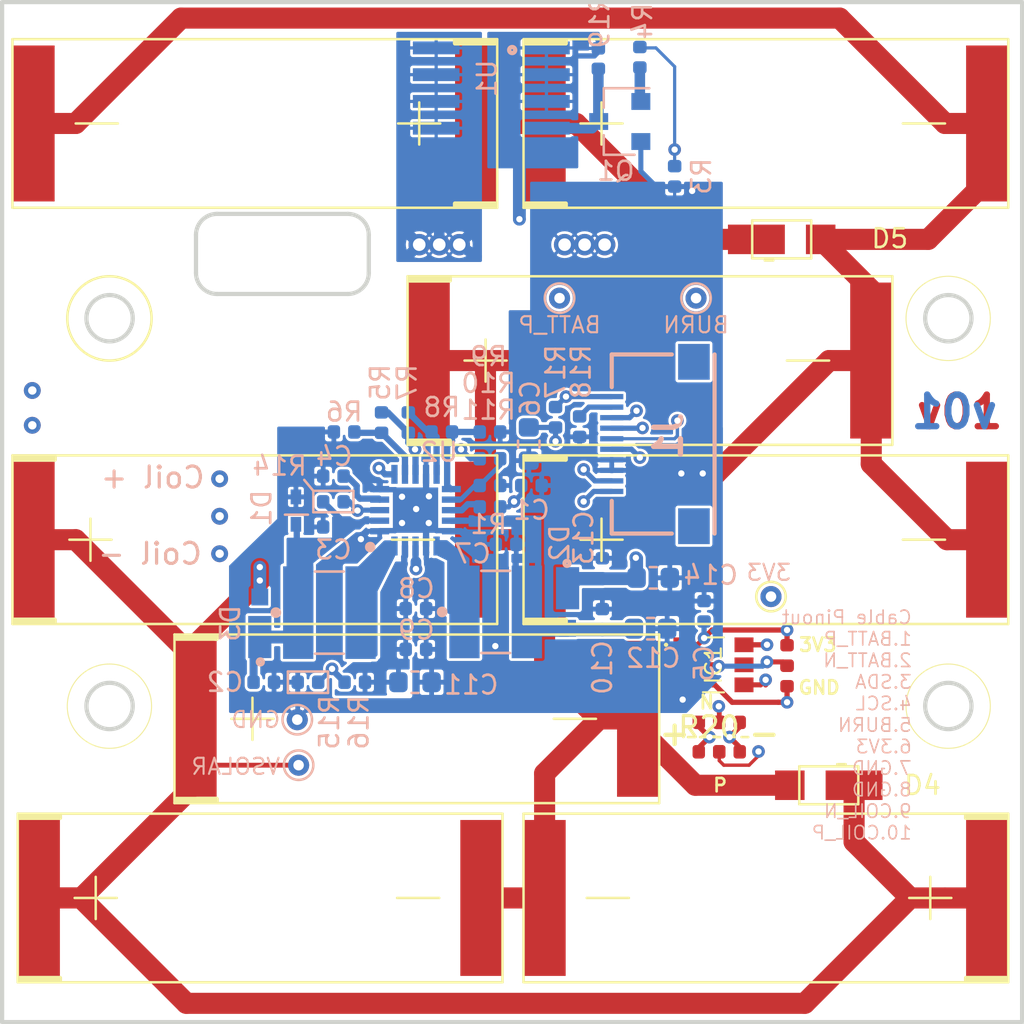
<source format=kicad_pcb>
(kicad_pcb (version 20171130) (host pcbnew "(5.1.4-0-10_14)")
  (layers (0 Top signal hide) (1 In1.Cu signal hide) (2 In2.Cu signal hide) (3 In3.Cu signal hide) (4 In4.Cu signal) (31 Bottom signal hide) (34 B.Paste user hide) (35 F.Paste user hide) (36 B.SilkS user hide) (37 F.SilkS user hide) (38 B.Mask user hide) (39 F.Mask user hide) (44 Edge.Cuts user))
  (net 0 "")
  (net 1 "Net-(IC1-Pad2)")
  (net 2 +3V3)
  (net 3 GND)
  (net 4 SDA1)
  (net 5 SCL1)
  (net 6 /VBURN)
  (net 7 "Net-(Q1-Pad3)")
  (net 8 "Net-(Q1-Pad1)")
  (net 9 BURN1)
  (net 10 BATT_P)
  (net 11 BATT_N)
  (net 12 COIL_N)
  (net 13 /VBAT)
  (net 14 "Net-(L1-Pad2)")
  (net 15 VOUT_EN)
  (net 16 VSOLAR)
  (net 17 VBAT_OK)
  (net 18 COIL_P)
  (net 19 "Net-(C4-Pad1)")
  (net 20 "Net-(C10-Pad1)")
  (net 21 "Net-(C11-Pad1)")
  (net 22 "Net-(L2-Pad1)")
  (net 23 "Net-(R10-Pad2)")
  (net 24 "Net-(R5-Pad1)")
  (net 25 "Net-(R7-Pad1)")
  (net 26 "Net-(R8-Pad1)")
  (net 27 "Net-(R10-Pad1)")
  (net 28 "Net-(R14-Pad1)")
  (net 29 /coil)
  (net 30 SOLAR_OUT)
  (net 31 "Net-(D4-Pad2)")
  (module custom-footprints:KXOB25-05X3F (layer Top) (at 115.75 45.75)
    (fp_text reference SC8 hide)
    (fp_text value SolarCell)
    (pad 2 smd rect (at 21 0) (size 2 7.4) (layers Top F.Paste F.Mask) (net 3 GND))
    (pad 1 smd rect (at 0 0) (size 2 7.4) (layers Top F.Paste F.Mask) (net 31 "Net-(D4-Pad2)"))
  )
  (module custom-footprints:KXOB25-05X3F (layer Top) (at 112.5 45.75 180)
    (fp_text reference SC7 hide)
    (fp_text value SolarCell)
    (pad 2 smd rect (at 21 0 180) (size 2 7.4) (layers Top F.Paste F.Mask) (net 3 GND))
    (pad 1 smd rect (at 0 0 180) (size 2 7.4) (layers Top F.Paste F.Mask) (net 31 "Net-(D4-Pad2)"))
  )
  (module custom-footprints:KXOB25-05X3F (layer Top) (at 110.25 57)
    (fp_text reference SC6 hide)
    (fp_text value SolarCell)
    (pad 2 smd rect (at 21 0) (size 2 7.4) (layers Top F.Paste F.Mask) (net 3 GND))
    (pad 1 smd rect (at 0 0) (size 2 7.4) (layers Top F.Paste F.Mask) (net 31 "Net-(D4-Pad2)"))
  )
  (module custom-footprints:KXOB25-05X3F (layer Top) (at 115.75 65.5)
    (fp_text reference SC5 hide)
    (fp_text value SolarCell)
    (pad 2 smd rect (at 21 0) (size 2 7.4) (layers Top F.Paste F.Mask) (net 3 GND))
    (pad 1 smd rect (at 0 0) (size 2 7.4) (layers Top F.Paste F.Mask) (net 31 "Net-(D4-Pad2)"))
  )
  (module custom-footprints:KXOB25-05X3F (layer Top) (at 91.5 65.5)
    (fp_text reference SC4 hide)
    (fp_text value SolarCell)
    (pad 2 smd rect (at 21 0) (size 2 7.4) (layers Top F.Paste F.Mask) (net 31 "Net-(D4-Pad2)"))
    (pad 1 smd rect (at 0 0) (size 2 7.4) (layers Top F.Paste F.Mask) (net 30 SOLAR_OUT))
  )
  (module custom-footprints:KXOB25-05X3F (layer Top) (at 99.187 74)
    (fp_text reference SC3 hide)
    (fp_text value SolarCell)
    (pad 2 smd rect (at 21 0) (size 2 7.4) (layers Top F.Paste F.Mask) (net 31 "Net-(D4-Pad2)"))
    (pad 1 smd rect (at 0 0) (size 2 7.4) (layers Top F.Paste F.Mask) (net 30 SOLAR_OUT))
  )
  (module custom-footprints:KXOB25-05X3F (layer Top) (at 136.75 82.5 180)
    (fp_text reference SC2 hide)
    (fp_text value SolarCell)
    (pad 2 smd rect (at 21 0 180) (size 2 7.4) (layers Top F.Paste F.Mask) (net 31 "Net-(D4-Pad2)"))
    (pad 1 smd rect (at 0 0 180) (size 2 7.4) (layers Top F.Paste F.Mask) (net 30 SOLAR_OUT))
  )
  (module custom-footprints:KXOB25-05X3F (layer Top) (at 91.75 82.5)
    (fp_text reference SC1 hide)
    (fp_text value SolarCell)
    (pad 2 smd rect (at 21 0) (size 2 7.4) (layers Top F.Paste F.Mask) (net 31 "Net-(D4-Pad2)"))
    (pad 1 smd rect (at 0 0) (size 2 7.4) (layers Top F.Paste F.Mask) (net 30 SOLAR_OUT))
  )
  (module misc-circuits:XF2M-1015-1A (layer Bottom) (at 118.9355 60.96 270)
    (fp_text reference J1 (at -0.37186 -2.68404 90) (layer B.SilkS) (effects (font (size 1.27 1.27) (thickness 0.254)) (justify mirror)))
    (fp_text value XF2M-1015-1A hide)
    (pad 1 smd rect (at -2.25 0 270) (size 0.25 1.1) (layers Bottom B.Paste B.Mask) (net 10 BATT_P))
    (pad 2 smd rect (at -1.75 0 270) (size 0.25 1.1) (layers Bottom B.Paste B.Mask) (net 11 BATT_N))
    (pad 3 smd rect (at -1.25 0 270) (size 0.25 1.1) (layers Bottom B.Paste B.Mask) (net 4 SDA1))
    (pad 4 smd rect (at -0.75 0 270) (size 0.25 1.1) (layers Bottom B.Paste B.Mask) (net 5 SCL1))
    (pad 5 smd rect (at -0.25 0 270) (size 0.25 1.1) (layers Bottom B.Paste B.Mask) (net 9 BURN1))
    (pad 6 smd rect (at 0.25 0 270) (size 0.25 1.1) (layers Bottom B.Paste B.Mask) (net 2 +3V3))
    (pad 7 smd rect (at 0.75 0 270) (size 0.25 1.1) (layers Bottom B.Paste B.Mask) (net 3 GND))
    (pad 8 smd rect (at 1.25 0 270) (size 0.25 1.1) (layers Bottom B.Paste B.Mask) (net 3 GND))
    (pad 9 smd rect (at 1.75 0 270) (size 0.25 1.1) (layers Bottom B.Paste B.Mask) (net 12 COIL_N))
    (pad 10 smd rect (at 2.25 0 270) (size 0.25 1.1) (layers Bottom B.Paste B.Mask) (net 18 COIL_P))
    (pad 11 smd rect (at -3.9 -3.9 180) (size 1.5 1.7) (layers Bottom B.Paste B.Mask))
    (pad 12 smd rect (at 3.9 -3.9 180) (size 1.5 1.7) (layers Bottom B.Paste B.Mask))
  )
  (module misc-circuits:TSL2561 (layer Top) (at 123.7615 71.4375)
    (fp_text reference IC1 (at 0 0.002 90) (layer F.SilkS) (effects (font (size 0.762 0.762) (thickness 0.1016))))
    (fp_text value TSL2561 hide)
    (pad 1 smd rect (at -1.45 -0.95 90) (size 0.7 0.9) (layers Top F.Paste F.Mask) (net 2 +3V3))
    (pad 2 smd rect (at -1.45 0 90) (size 0.7 0.9) (layers Top F.Paste F.Mask) (net 1 "Net-(IC1-Pad2)"))
    (pad 3 smd rect (at -1.45 0.95 90) (size 0.7 0.9) (layers Top F.Paste F.Mask) (net 3 GND))
    (pad 4 smd rect (at 1.45 0.95 90) (size 0.7 0.9) (layers Top F.Paste F.Mask) (net 5 SCL1))
    (pad 5 smd rect (at 1.45 0 90) (size 0.7 0.9) (layers Top F.Paste F.Mask))
    (pad 6 smd rect (at 1.45 -0.95 90) (size 0.7 0.9) (layers Top F.Paste F.Mask) (net 4 SDA1))
  )
  (module SolarCellParts:Burn-Wire-Rotated (layer Top) (at 111.7 51.5)
    (fp_text reference JP1 hide)
    (fp_text value Jumper)
    (pad 200 thru_hole circle (at 5 0) (size 1.016 1.016) (drill 0.6) (layers *.Cu *.Mask) (net 3 GND))
    (pad 20 thru_hole circle (at 5.95 0) (size 1.016 1.016) (drill 0.6) (layers *.Cu *.Mask) (net 3 GND))
    (pad 100 thru_hole circle (at 0 0) (size 1.016 1.016) (drill 0.6) (layers *.Cu *.Mask) (net 6 /VBURN))
    (pad 10 thru_hole circle (at -0.95 0) (size 1.016 1.016) (drill 0.6) (layers *.Cu *.Mask) (net 6 /VBURN))
    (pad 2 thru_hole circle (at 6.9 0) (size 1.016 1.016) (drill 0.6) (layers *.Cu *.Mask) (net 3 GND))
    (pad 1 thru_hole circle (at -1.9 0) (size 1.016 1.016) (drill 0.6) (layers *.Cu *.Mask) (net 6 /VBURN))
  )
  (module TestPoint:TestPoint_THTPad_D1.0mm_Drill0.5mm (layer Bottom) (at 116.459 54.0385)
    (fp_text reference TP5 hide)
    (fp_text value TP)
    (pad 1 thru_hole circle (at 0 0) (size 1 1) (drill 0.5) (layers *.Cu *.Mask) (net 10 BATT_P))
  )
  (module TestPoint:TestPoint_THTPad_D1.0mm_Drill0.5mm (layer Bottom) (at 122.936 54.0385)
    (fp_text reference TP4 hide)
    (fp_text value TP)
    (pad 1 thru_hole circle (at 0 0) (size 1 1) (drill 0.5) (layers *.Cu *.Mask) (net 9 BURN1))
  )
  (module TestPoint:TestPoint_THTPad_D1.0mm_Drill0.5mm (layer Top) (at 126.492 68.199)
    (fp_text reference TP3 hide)
    (fp_text value TP)
    (pad 1 thru_hole circle (at 0 0) (size 1 1) (drill 0.5) (layers *.Cu *.Mask) (net 2 +3V3))
  )
  (module TestPoint:TestPoint_THTPad_D1.0mm_Drill0.5mm (layer Bottom) (at 104.013 74.041)
    (fp_text reference TP2 hide)
    (fp_text value TP)
    (pad 1 thru_hole circle (at 0 0) (size 1 1) (drill 0.5) (layers *.Cu *.Mask) (net 3 GND))
  )
  (module TestPoint:TestPoint_THTPad_D1.0mm_Drill0.5mm (layer Bottom) (at 104.0765 76.2)
    (fp_text reference TP1 hide)
    (fp_text value TP)
    (pad 1 thru_hole circle (at 0 0) (size 1 1) (drill 0.5) (layers *.Cu *.Mask) (net 30 SOLAR_OUT))
  )
  (module custom-footprints:NDS8434 (layer Bottom) (at 113.2205 44.069 270)
    (fp_text reference U1 (at -0.457406 0.203291 270) (layer B.SilkS) (effects (font (size 0.889 0.889) (thickness 0.127)) (justify mirror)))
    (fp_text value NDS8434 hide)
    (pad 8 smd rect (at -1.905 2.6162 270) (size 0.6096 2.2098) (layers Bottom B.Paste B.Mask) (net 6 /VBURN))
    (pad 7 smd rect (at -0.635 2.6162 270) (size 0.6096 2.2098) (layers Bottom B.Paste B.Mask) (net 6 /VBURN))
    (pad 6 smd rect (at 0.635 2.6162 270) (size 0.6096 2.2098) (layers Bottom B.Paste B.Mask) (net 6 /VBURN))
    (pad 5 smd rect (at 1.905 2.6162 270) (size 0.6096 2.2098) (layers Bottom B.Paste B.Mask) (net 6 /VBURN))
    (pad 4 smd rect (at 1.905 -2.6162 270) (size 0.6096 2.2098) (layers Bottom B.Paste B.Mask) (net 7 "Net-(Q1-Pad3)"))
    (pad 3 smd rect (at 0.635 -2.6162 270) (size 0.6096 2.2098) (layers Bottom B.Paste B.Mask) (net 10 BATT_P))
    (pad 2 smd rect (at -0.635 -2.6162 270) (size 0.6096 2.2098) (layers Bottom B.Paste B.Mask) (net 10 BATT_P))
    (pad 1 smd rect (at -1.905 -2.6162 270) (size 0.6096 2.2098) (layers Bottom B.Paste B.Mask) (net 10 BATT_P))
  )
  (module Resistor_SMD:R_0402_1005Metric (layer Bottom) (at 118.3005 42.672 90)
    (fp_text reference R19 (at 1.778 0.0635 270) (layer B.SilkS) (effects (font (size 0.889 0.889) (thickness 0.127)) (justify mirror)))
    (fp_text value 100k)
    (pad 2 smd roundrect (at 0.485 0 90) (size 0.59 0.64) (layers Bottom B.Paste B.Mask) (net 10 BATT_P))
    (pad 1 smd roundrect (at -0.485 0 90) (size 0.59 0.64) (layers Bottom B.Paste B.Mask) (net 7 "Net-(Q1-Pad3)"))
  )
  (module Resistor_SMD:R_0402_1005Metric (layer Bottom) (at 120.269 42.6085 90)
    (fp_text reference R4 (at 1.7145 0.127 270) (layer B.SilkS) (effects (font (size 0.889 0.889) (thickness 0.127)) (justify mirror)))
    (fp_text value 4.7k)
    (pad 2 smd roundrect (at 0.485 0 90) (size 0.59 0.64) (layers Bottom B.Paste B.Mask) (net 9 BURN1))
    (pad 1 smd roundrect (at -0.485 0 90) (size 0.59 0.64) (layers Bottom B.Paste B.Mask) (net 8 "Net-(Q1-Pad1)"))
  )
  (module Resistor_SMD:R_0402_1005Metric (layer Bottom) (at 121.92 48.26 270)
    (fp_text reference R3 (at 0 -1.27 270) (layer B.SilkS) (effects (font (size 0.889 0.889) (thickness 0.127)) (justify mirror)))
    (fp_text value 10k)
    (pad 2 smd roundrect (at 0.485 0 270) (size 0.59 0.64) (layers Bottom B.Paste B.Mask) (net 3 GND))
    (pad 1 smd roundrect (at -0.485 0 270) (size 0.59 0.64) (layers Bottom B.Paste B.Mask) (net 9 BURN1))
  )
  (module Package_TO_SOT_SMD:SOT-23 (layer Bottom) (at 119.3165 45.6565 180)
    (fp_text reference Q1 (at 0.1905 -2.3495) (layer B.SilkS) (effects (font (size 0.889 0.889) (thickness 0.127)) (justify mirror)))
    (fp_text value IRLML2803)
    (pad 3 smd rect (at 1 0 180) (size 0.9 0.8) (layers Bottom B.Paste B.Mask) (net 7 "Net-(Q1-Pad3)"))
    (pad 2 smd rect (at -1 -0.95 180) (size 0.9 0.8) (layers Bottom B.Paste B.Mask) (net 3 GND))
    (pad 1 smd rect (at -1 0.95 180) (size 0.9 0.8) (layers Bottom B.Paste B.Mask) (net 8 "Net-(Q1-Pad1)"))
  )
  (module "SolarCellParts:SB Diode" (layer Top) (at 127 51.25)
    (fp_text reference D5 (at 5.1308 -0.0436) (layer F.SilkS) (effects (font (size 0.889 0.889) (thickness 0.127))))
    (fp_text value SBDiode)
    (pad 2 smd rect (at 1.85 0) (size 1.4 1.4) (layers Top F.Paste F.Mask) (net 3 GND))
    (pad 1 smd rect (at -1.2 0) (size 2.7 1.4) (layers Top F.Paste F.Mask) (net 31 "Net-(D4-Pad2)"))
  )
  (module "SolarCellParts:SB Diode" (layer Top) (at 129.2352 77.1525 180)
    (fp_text reference D4 (at -4.45 0) (layer F.SilkS) (effects (font (size 0.889 0.889) (thickness 0.127))))
    (fp_text value SBDiode)
    (pad 2 smd rect (at 1.85 0 180) (size 1.4 1.4) (layers Top F.Paste F.Mask) (net 31 "Net-(D4-Pad2)"))
    (pad 1 smd rect (at -1.2 0 180) (size 2.7 1.4) (layers Top F.Paste F.Mask) (net 30 SOLAR_OUT))
  )
  (module Resistor_SMD:R_0402_1005Metric (layer Top) (at 124.5235 74.168 180)
    (fp_text reference R22 hide)
    (fp_text value 0)
    (pad 2 smd roundrect (at 0.485 0 180) (size 0.59 0.64) (layers Top F.Paste F.Mask) (net 12 COIL_N))
    (pad 1 smd roundrect (at -0.485 0 180) (size 0.59 0.64) (layers Top F.Paste F.Mask) (net 29 /coil))
  )
  (module Resistor_SMD:R_0402_1005Metric (layer Top) (at 123.55322 74.168 180)
    (fp_text reference R21 hide)
    (fp_text value 0)
    (pad 2 smd roundrect (at 0.485 0 180) (size 0.59 0.64) (layers Top F.Paste F.Mask) (net 29 /coil))
    (pad 1 smd roundrect (at -0.485 0 180) (size 0.59 0.64) (layers Top F.Paste F.Mask) (net 12 COIL_N))
  )
  (module Resistor_SMD:R_0402_1005Metric (layer Top) (at 124.5235 75.565)
    (fp_text reference R2 hide)
    (fp_text value 0)
    (pad 2 smd roundrect (at 0.485 0) (size 0.59 0.64) (layers Top F.Paste F.Mask) (net 29 /coil))
    (pad 1 smd roundrect (at -0.485 0) (size 0.59 0.64) (layers Top F.Paste F.Mask) (net 18 COIL_P))
  )
  (module Resistor_SMD:R_0402_1005Metric (layer Top) (at 127.254 71.9685 90)
    (fp_text reference R13 hide)
    (fp_text value 0)
    (pad 2 smd roundrect (at 0.485 0 90) (size 0.59 0.64) (layers Top F.Paste F.Mask) (net 1 "Net-(IC1-Pad2)"))
    (pad 1 smd roundrect (at -0.485 0 90) (size 0.59 0.64) (layers Top F.Paste F.Mask) (net 3 GND))
  )
  (module Resistor_SMD:R_0402_1005Metric (layer Top) (at 127.254 70.993 90)
    (fp_text reference R12 hide)
    (fp_text value 0)
    (pad 2 smd roundrect (at 0.485 0 90) (size 0.59 0.64) (layers Top F.Paste F.Mask) (net 2 +3V3))
    (pad 1 smd roundrect (at -0.485 0 90) (size 0.59 0.64) (layers Top F.Paste F.Mask) (net 1 "Net-(IC1-Pad2)"))
  )
  (module Capacitor_SMD:C_0402_1005Metric (layer Bottom) (at 123.317 68.8975 270)
    (fp_text reference C5 (at 2.4765 0 90) (layer B.SilkS) (effects (font (size 0.889 0.889) (thickness 0.127)) (justify mirror)))
    (fp_text value 0.1uF)
    (pad 2 smd roundrect (at 0.485 0 270) (size 0.59 0.64) (layers Bottom B.Paste B.Mask) (net 2 +3V3))
    (pad 1 smd roundrect (at -0.485 0 270) (size 0.59 0.64) (layers Bottom B.Paste B.Mask) (net 3 GND))
  )
  (module Capacitor_SMD:C_0603_1608Metric (layer Bottom) (at 114.9985 60.96 270)
    (fp_text reference C6 (at -2.159 -0.0635 270) (layer B.SilkS) (effects (font (size 0.889 0.889) (thickness 0.127)) (justify mirror)))
    (fp_text value 100uF)
    (pad 2 smd roundrect (at 0.7875 0 270) (size 0.875 0.95) (layers Bottom B.Paste B.Mask) (net 3 GND))
    (pad 1 smd roundrect (at -0.7875 0 270) (size 0.875 0.95) (layers Bottom B.Paste B.Mask) (net 13 /VBAT))
  )
  (module Capacitor_SMD:C_0402_1005Metric (layer Bottom) (at 109.64416 70.702656)
    (fp_text reference C9 (at 0.02034 -0.916156) (layer B.SilkS) (effects (font (size 0.889 0.889) (thickness 0.127)) (justify mirror)))
    (fp_text value 0.1uF)
    (pad 2 smd roundrect (at 0.485 0) (size 0.59 0.64) (layers Bottom B.Paste B.Mask) (net 3 GND))
    (pad 1 smd roundrect (at -0.485 0) (size 0.59 0.64) (layers Bottom B.Paste B.Mask) (net 21 "Net-(C11-Pad1)"))
  )
  (module Capacitor_SMD:C_0603_1608Metric (layer Bottom) (at 120.904 67.31)
    (fp_text reference C14 (at 2.7305 -0.127 180) (layer B.SilkS) (effects (font (size 0.889 0.889) (thickness 0.127)) (justify mirror)))
    (fp_text value 100uF)
    (pad 2 smd roundrect (at 0.7875 0) (size 0.875 0.95) (layers Bottom B.Paste B.Mask) (net 3 GND))
    (pad 1 smd roundrect (at -0.7875 0) (size 0.875 0.95) (layers Bottom B.Paste B.Mask) (net 2 +3V3))
  )
  (module misc-circuits:SOD523 (layer Bottom) (at 103.9495 64.17 90)
    (fp_text reference D1 (at -0.7905 -2.1463 90) (layer B.SilkS) (effects (font (size 0.889 0.889) (thickness 0.127)) (justify right top mirror)))
    (fp_text value SDM20U40-7)
    (pad C smd rect (at -0.6 0 90) (size 0.7 0.5) (layers Bottom B.Paste B.Mask) (net 16 VSOLAR))
    (pad A smd rect (at 0.7 0 90) (size 0.7 0.5) (layers Bottom B.Paste B.Mask) (net 3 GND))
  )
  (module misc-circuits:QFN50P350X350X100-21N-D (layer Bottom) (at 109.62416 64.098656)
    (fp_text reference U2 (at 1.11984 -2.757656) (layer B.SilkS) (effects (font (size 0.889 0.889) (thickness 0.127)) (justify mirror)))
    (fp_text value Value hide)
    (pad 21 smd rect (at 0 0) (size 2.15 2.15) (layers Bottom B.Paste B.Mask) (net 3 GND))
    (pad 20 smd rect (at -1 1.7) (size 0.3 0.9) (layers Bottom B.Paste B.Mask) (net 14 "Net-(L1-Pad2)"))
    (pad 19 smd rect (at -0.5 1.7) (size 0.3 0.9) (layers Bottom B.Paste B.Mask) (net 21 "Net-(C11-Pad1)"))
    (pad 18 smd rect (at 0 1.7) (size 0.3 0.9) (layers Bottom B.Paste B.Mask) (net 13 /VBAT))
    (pad 17 smd rect (at 0.5 1.7) (size 0.3 0.9) (layers Bottom B.Paste B.Mask) (net 3 GND))
    (pad 16 smd rect (at 1 1.7) (size 0.3 0.9) (layers Bottom B.Paste B.Mask) (net 22 "Net-(L2-Pad1)"))
    (pad 15 smd rect (at 1.7 1 270) (size 0.3 0.9) (layers Bottom B.Paste B.Mask) (net 3 GND))
    (pad 14 smd rect (at 1.7 0.5 270) (size 0.3 0.9) (layers Bottom B.Paste B.Mask) (net 20 "Net-(C10-Pad1)"))
    (pad 13 smd rect (at 1.7 0 270) (size 0.3 0.9) (layers Bottom B.Paste B.Mask) (net 17 VBAT_OK))
    (pad 12 smd rect (at 1.7 -0.5 270) (size 0.3 0.9) (layers Bottom B.Paste B.Mask) (net 27 "Net-(R10-Pad1)"))
    (pad 11 smd rect (at 1.7 -1 270) (size 0.3 0.9) (layers Bottom B.Paste B.Mask) (net 26 "Net-(R8-Pad1)"))
    (pad 10 smd rect (at 1 -1.7) (size 0.3 0.9) (layers Bottom B.Paste B.Mask) (net 25 "Net-(R7-Pad1)"))
    (pad 9 smd rect (at 0.5 -1.7) (size 0.3 0.9) (layers Bottom B.Paste B.Mask) (net 3 GND))
    (pad 8 smd rect (at 0 -1.7) (size 0.3 0.9) (layers Bottom B.Paste B.Mask) (net 23 "Net-(R10-Pad2)"))
    (pad 7 smd rect (at -0.5 -1.7) (size 0.3 0.9) (layers Bottom B.Paste B.Mask) (net 24 "Net-(R5-Pad1)"))
    (pad 6 smd rect (at -1 -1.7) (size 0.3 0.9) (layers Bottom B.Paste B.Mask) (net 15 VOUT_EN))
    (pad 5 smd rect (at -1.7 -1 270) (size 0.3 0.9) (layers Bottom B.Paste B.Mask) (net 3 GND))
    (pad 4 smd rect (at -1.7 -0.5 270) (size 0.3 0.9) (layers Bottom B.Paste B.Mask) (net 19 "Net-(C4-Pad1)"))
    (pad 3 smd rect (at -1.7 0 270) (size 0.3 0.9) (layers Bottom B.Paste B.Mask) (net 28 "Net-(R14-Pad1)"))
    (pad 2 smd rect (at -1.7 0.5 270) (size 0.3 0.9) (layers Bottom B.Paste B.Mask) (net 16 VSOLAR))
    (pad 1 smd rect (at -1.7 1 270) (size 0.3 0.9) (layers Bottom B.Paste B.Mask) (net 3 GND))
  )
  (module Resistor_SMD:R_0402_1005Metric (layer Bottom) (at 106.2355 60.3885)
    (fp_text reference R6 (at 0 -0.9525 180) (layer B.SilkS) (effects (font (size 0.889 0.889) (thickness 0.127)) (justify mirror)))
    (fp_text value 5.62M)
    (pad 2 smd roundrect (at 0.485 0) (size 0.59 0.64) (layers Bottom B.Paste B.Mask) (net 24 "Net-(R5-Pad1)"))
    (pad 1 smd roundrect (at -0.485 0) (size 0.59 0.64) (layers Bottom B.Paste B.Mask) (net 3 GND))
  )
  (module Resistor_SMD:R_0402_1005Metric (layer Bottom) (at 108.0135 59.944 90)
    (fp_text reference R5 (at 1.905 -0.0635 270) (layer B.SilkS) (effects (font (size 0.889 0.889) (thickness 0.127)) (justify mirror)))
    (fp_text value 7.32M)
    (pad 2 smd roundrect (at 0.485 0 90) (size 0.59 0.64) (layers Bottom B.Paste B.Mask) (net 23 "Net-(R10-Pad2)"))
    (pad 1 smd roundrect (at -0.485 0 90) (size 0.59 0.64) (layers Bottom B.Paste B.Mask) (net 24 "Net-(R5-Pad1)"))
  )
  (module Resistor_SMD:R_0402_1005Metric (layer Bottom) (at 106.7435 72.263 180)
    (fp_text reference R16 (at -0.1905 -1.905 90) (layer B.SilkS) (effects (font (size 0.889 0.889) (thickness 0.127)) (justify mirror)))
    (fp_text value 0)
    (pad 2 smd roundrect (at 0.485 0 180) (size 0.59 0.64) (layers Bottom B.Paste B.Mask) (net 28 "Net-(R14-Pad1)"))
    (pad 1 smd roundrect (at -0.485 0 180) (size 0.59 0.64) (layers Bottom B.Paste B.Mask) (net 21 "Net-(C11-Pad1)"))
  )
  (module Capacitor_SMD:C_0402_1005Metric (layer Bottom) (at 109.64416 68.7705)
    (fp_text reference C8 (at 0.02034 -0.9525) (layer B.SilkS) (effects (font (size 0.889 0.889) (thickness 0.127)) (justify mirror)))
    (fp_text value 4.7uF)
    (pad 2 smd roundrect (at 0.485 0) (size 0.59 0.64) (layers Bottom B.Paste B.Mask) (net 3 GND))
    (pad 1 smd roundrect (at -0.485 0) (size 0.59 0.64) (layers Bottom B.Paste B.Mask) (net 21 "Net-(C11-Pad1)"))
  )
  (module Capacitor_SMD:C_0603_1608Metric (layer Bottom) (at 120.777 69.723)
    (fp_text reference C12 (at 0.127 1.397 180) (layer B.SilkS) (effects (font (size 0.889 0.889) (thickness 0.127)) (justify mirror)))
    (fp_text value 100uF)
    (pad 2 smd roundrect (at 0.7875 0) (size 0.875 0.95) (layers Bottom B.Paste B.Mask) (net 3 GND))
    (pad 1 smd roundrect (at -0.7875 0) (size 0.875 0.95) (layers Bottom B.Paste B.Mask) (net 20 "Net-(C10-Pad1)"))
  )
  (module Capacitor_SMD:C_0402_1005Metric (layer Bottom) (at 118.491 66.8655 90)
    (fp_text reference C13 (at 1.4605 -0.889 90) (layer B.SilkS) (effects (font (size 0.889 0.889) (thickness 0.127)) (justify mirror)))
    (fp_text value 0.1uF)
    (pad 2 smd roundrect (at 0.485 0 90) (size 0.59 0.64) (layers Bottom B.Paste B.Mask) (net 3 GND))
    (pad 1 smd roundrect (at -0.485 0 90) (size 0.59 0.64) (layers Bottom B.Paste B.Mask) (net 2 +3V3))
  )
  (module Resistor_SMD:R_0402_1005Metric (layer Bottom) (at 109.2835 59.944 270)
    (fp_text reference R7 (at -1.905 0.0635 270) (layer B.SilkS) (effects (font (size 0.889 0.889) (thickness 0.127)) (justify mirror)))
    (fp_text value 374K)
    (pad 2 smd roundrect (at 0.485 0 270) (size 0.59 0.64) (layers Bottom B.Paste B.Mask) (net 23 "Net-(R10-Pad2)"))
    (pad 1 smd roundrect (at -0.485 0 270) (size 0.59 0.64) (layers Bottom B.Paste B.Mask) (net 25 "Net-(R7-Pad1)"))
  )
  (module Resistor_SMD:R_0402_1005Metric (layer Bottom) (at 113.157 62.9285 180)
    (fp_text reference R11 (at 0.0635 3.583) (layer B.SilkS) (effects (font (size 0.889 0.889) (thickness 0.127)) (justify mirror)))
    (fp_text value 4.75M)
    (pad 2 smd roundrect (at 0.485 0 180) (size 0.59 0.64) (layers Bottom B.Paste B.Mask) (net 27 "Net-(R10-Pad1)"))
    (pad 1 smd roundrect (at -0.485 0 180) (size 0.59 0.64) (layers Bottom B.Paste B.Mask) (net 3 GND))
  )
  (module Resistor_SMD:R_0402_1005Metric (layer Bottom) (at 113.157 60.3885 180)
    (fp_text reference R9 (at 0.0635 3.583) (layer B.SilkS) (effects (font (size 0.889 0.889) (thickness 0.127)) (justify mirror)))
    (fp_text value 4.53M)
    (pad 2 smd roundrect (at 0.485 0 180) (size 0.59 0.64) (layers Bottom B.Paste B.Mask) (net 26 "Net-(R8-Pad1)"))
    (pad 1 smd roundrect (at -0.485 0 180) (size 0.59 0.64) (layers Bottom B.Paste B.Mask) (net 3 GND))
  )
  (module Resistor_SMD:R_0402_1005Metric (layer Bottom) (at 113.157 61.6585 180)
    (fp_text reference R10 (at 0.0635 3.583) (layer B.SilkS) (effects (font (size 0.889 0.889) (thickness 0.127)) (justify mirror)))
    (fp_text value 8.25M)
    (pad 2 smd roundrect (at 0.485 0 180) (size 0.59 0.64) (layers Bottom B.Paste B.Mask) (net 23 "Net-(R10-Pad2)"))
    (pad 1 smd roundrect (at -0.485 0 180) (size 0.59 0.64) (layers Bottom B.Paste B.Mask) (net 27 "Net-(R10-Pad1)"))
  )
  (module Resistor_SMD:R_0402_1005Metric (layer Bottom) (at 110.871 60.3885 180)
    (fp_text reference R8 (at 0 1.17) (layer B.SilkS) (effects (font (size 0.889 0.889) (thickness 0.127)) (justify mirror)))
    (fp_text value 8.25M)
    (pad 2 smd roundrect (at 0.485 0 180) (size 0.59 0.64) (layers Bottom B.Paste B.Mask) (net 25 "Net-(R7-Pad1)"))
    (pad 1 smd roundrect (at -0.485 0 180) (size 0.59 0.64) (layers Bottom B.Paste B.Mask) (net 26 "Net-(R8-Pad1)"))
  )
  (module Resistor_SMD:R_0402_1005Metric (layer Bottom) (at 105.7275 63.7032 180)
    (fp_text reference R14 (at 2.5527 1.7018) (layer B.SilkS) (effects (font (size 0.889 0.889) (thickness 0.127)) (justify mirror)))
    (fp_text value 0)
    (pad 2 smd roundrect (at 0.485 0 180) (size 0.59 0.64) (layers Bottom B.Paste B.Mask) (net 16 VSOLAR))
    (pad 1 smd roundrect (at -0.485 0 180) (size 0.59 0.64) (layers Bottom B.Paste B.Mask) (net 28 "Net-(R14-Pad1)"))
  )
  (module Resistor_SMD:R_0402_1005Metric (layer Bottom) (at 104.521 72.263)
    (fp_text reference R15 (at 1.016 1.905 90) (layer B.SilkS) (effects (font (size 0.889 0.889) (thickness 0.127)) (justify mirror)))
    (fp_text value 0)
    (pad 2 smd roundrect (at 0.485 0) (size 0.59 0.64) (layers Bottom B.Paste B.Mask) (net 28 "Net-(R14-Pad1)"))
    (pad 1 smd roundrect (at -0.485 0) (size 0.59 0.64) (layers Bottom B.Paste B.Mask) (net 3 GND))
  )
  (module Resistor_SMD:R_0402_1005Metric (layer Bottom) (at 116.2685 59.69 270)
    (fp_text reference R17 (at -2.159 0 90) (layer B.SilkS) (effects (font (size 0.889 0.889) (thickness 0.127)) (justify mirror)))
    (fp_text value 0)
    (pad 2 smd roundrect (at 0.485 0 270) (size 0.59 0.64) (layers Bottom B.Paste B.Mask) (net 13 /VBAT))
    (pad 1 smd roundrect (at -0.485 0 270) (size 0.59 0.64) (layers Bottom B.Paste B.Mask) (net 10 BATT_P))
  )
  (module Resistor_SMD:R_0402_1005Metric (layer Bottom) (at 117.4115 60.1345 270)
    (fp_text reference R18 (at -2.6035 -0.0635 270) (layer B.SilkS) (effects (font (size 0.889 0.889) (thickness 0.127)) (justify mirror)))
    (fp_text value 0)
    (pad 2 smd roundrect (at 0.485 0 270) (size 0.59 0.64) (layers Bottom B.Paste B.Mask) (net 3 GND))
    (pad 1 smd roundrect (at -0.485 0 270) (size 0.59 0.64) (layers Bottom B.Paste B.Mask) (net 11 BATT_N))
  )
  (module Resistor_SMD:R_0402_1005Metric (layer Bottom) (at 113.157 63.9445)
    (fp_text reference R1 (at -0.0635 0.8255) (layer B.SilkS) (effects (font (size 0.889 0.889) (thickness 0.127)) (justify mirror)))
    (fp_text value 0)
    (pad 2 smd roundrect (at 0.485 0) (size 0.59 0.64) (layers Bottom B.Paste B.Mask) (net 15 VOUT_EN))
    (pad 1 smd roundrect (at -0.485 0) (size 0.59 0.64) (layers Bottom B.Paste B.Mask) (net 17 VBAT_OK))
  )
  (module misc-circuits:LPS4018 (layer Bottom) (at 113.42624 68.92798)
    (fp_text reference L2 hide)
    (fp_text value 10uH-LPS4018-103MR hide)
    (pad 2 smd rect (at 1.47955 0) (size 1.4351 4.3942) (layers Bottom B.Paste B.Mask) (net 20 "Net-(C10-Pad1)"))
    (pad 1 smd rect (at -1.47955 0) (size 1.4351 4.3942) (layers Bottom B.Paste B.Mask) (net 22 "Net-(L2-Pad1)"))
  )
  (module misc-circuits:LPS4018 (layer Bottom) (at 105.537 68.961)
    (fp_text reference L1 hide)
    (fp_text value 22uH-LPS4018-223MR hide)
    (pad 2 smd rect (at 1.47955 0) (size 1.4351 4.3942) (layers Bottom B.Paste B.Mask) (net 14 "Net-(L1-Pad2)"))
    (pad 1 smd rect (at -1.47955 0) (size 1.4351 4.3942) (layers Bottom B.Paste B.Mask) (net 16 VSOLAR))
  )
  (module Capacitor_SMD:C_0603_1608Metric (layer Bottom) (at 109.601 72.263)
    (fp_text reference C11 (at 2.667 0.127) (layer B.SilkS) (effects (font (size 0.889 0.889) (thickness 0.127)) (justify mirror)))
    (fp_text value 100uF)
    (pad 2 smd roundrect (at 0.7875 0) (size 0.875 0.95) (layers Bottom B.Paste B.Mask) (net 3 GND))
    (pad 1 smd roundrect (at -0.7875 0) (size 0.875 0.95) (layers Bottom B.Paste B.Mask) (net 21 "Net-(C11-Pad1)"))
  )
  (module Capacitor_SMD:C_0402_1005Metric (layer Bottom) (at 113.919 65.7225 180)
    (fp_text reference C7 (at 1.5875 -0.4445) (layer B.SilkS) (effects (font (size 0.889 0.889) (thickness 0.127)) (justify mirror)))
    (fp_text value 22uF)
    (pad 2 smd roundrect (at 0.485 0 180) (size 0.59 0.64) (layers Bottom B.Paste B.Mask) (net 3 GND))
    (pad 1 smd roundrect (at -0.485 0 180) (size 0.59 0.64) (layers Bottom B.Paste B.Mask) (net 20 "Net-(C10-Pad1)"))
  )
  (module Capacitor_SMD:C_0402_1005Metric (layer Bottom) (at 105.7275 62.484 180)
    (fp_text reference C4 (at -0.0381 0.9398) (layer B.SilkS) (effects (font (size 0.889 0.889) (thickness 0.127)) (justify mirror)))
    (fp_text value 10nF)
    (pad 2 smd roundrect (at 0.485 0 180) (size 0.59 0.64) (layers Bottom B.Paste B.Mask) (net 3 GND))
    (pad 1 smd roundrect (at -0.485 0 180) (size 0.59 0.64) (layers Bottom B.Paste B.Mask) (net 19 "Net-(C4-Pad1)"))
  )
  (module Capacitor_SMD:C_0402_1005Metric (layer Bottom) (at 102.4255 72.263)
    (fp_text reference C2 (at -1.8415 0 180) (layer B.SilkS) (effects (font (size 0.889 0.889) (thickness 0.127)) (justify mirror)))
    (fp_text value 0.1uF)
    (pad 2 smd roundrect (at 0.485 0) (size 0.59 0.64) (layers Bottom B.Paste B.Mask) (net 3 GND))
    (pad 1 smd roundrect (at -0.485 0) (size 0.59 0.64) (layers Bottom B.Paste B.Mask) (net 16 VSOLAR))
  )
  (module Capacitor_SMD:C_0402_1005Metric (layer Bottom) (at 118.491 69.2785 90)
    (fp_text reference C10 (at -2.286 0 270) (layer B.SilkS) (effects (font (size 0.889 0.889) (thickness 0.127)) (justify mirror)))
    (fp_text value 0.1uF)
    (pad 2 smd roundrect (at 0.485 0 90) (size 0.59 0.64) (layers Bottom B.Paste B.Mask) (net 3 GND))
    (pad 1 smd roundrect (at -0.485 0 90) (size 0.59 0.64) (layers Bottom B.Paste B.Mask) (net 20 "Net-(C10-Pad1)"))
  )
  (module Capacitor_SMD:C_0402_1005Metric (layer Bottom) (at 105.7275 64.897 180)
    (fp_text reference C3 (at 0 -1.0795) (layer B.SilkS) (effects (font (size 0.889 0.889) (thickness 0.127)) (justify mirror)))
    (fp_text value 4.7uF)
    (pad 2 smd roundrect (at 0.485 0 180) (size 0.59 0.64) (layers Bottom B.Paste B.Mask) (net 3 GND))
    (pad 1 smd roundrect (at -0.485 0 180) (size 0.59 0.64) (layers Bottom B.Paste B.Mask) (net 16 VSOLAR))
  )
  (module Capacitor_SMD:C_0402_1005Metric (layer Bottom) (at 115.1255 62.9285)
    (fp_text reference C1 (at 0 1.17) (layer B.SilkS) (effects (font (size 0.889 0.889) (thickness 0.127)) (justify mirror)))
    (fp_text value 1.0uF)
    (pad 2 smd roundrect (at 0.485 0) (size 0.59 0.64) (layers Bottom B.Paste B.Mask) (net 3 GND))
    (pad 1 smd roundrect (at -0.485 0) (size 0.59 0.64) (layers Bottom B.Paste B.Mask) (net 15 VOUT_EN))
  )
  (module misc-circuits:MICROSMP (layer Bottom) (at 116.84 68.453 270)
    (fp_text reference D2 (at -2.794 0.381 270) (layer B.SilkS) (effects (font (size 0.889 0.889) (thickness 0.127)) (justify mirror)))
    (fp_text value MSS1P4-M3_89A hide)
    (pad 2 smd rect (at 1.25 0 180) (size 0.8 0.8) (layers Bottom B.Paste B.Mask) (net 20 "Net-(C10-Pad1)"))
    (pad 1 smd rect (at -0.65 0 180) (size 1.1 2) (layers Bottom B.Paste B.Mask) (net 2 +3V3))
  )
  (module misc-circuits:MICROSMP (layer Bottom) (at 102.235 69.469 90)
    (fp_text reference D3 (at 0 -1.397 270) (layer B.SilkS) (effects (font (size 0.889 0.889) (thickness 0.127)) (justify mirror)))
    (fp_text value MSS1P4-M3_89A hide)
    (pad 1 smd rect (at -0.65 0) (size 1.1 2) (layers Bottom B.Paste B.Mask) (net 16 VSOLAR))
    (pad 2 smd rect (at 1.25 0) (size 0.8 0.8) (layers Bottom B.Paste B.Mask) (net 30 SOLAR_OUT))
  )
  (module Resistor_SMD:R_0402_1005Metric (layer Top) (at 123.55 75.565)
    (fp_text reference R20 (at 0 -1.17) (layer F.SilkS))
    (fp_text value 0)
    (pad 1 smd roundrect (at -0.485 0) (size 0.59 0.64) (layers Top F.Paste F.Mask) (net 29 /coil))
    (pad 2 smd roundrect (at 0.485 0) (size 0.59 0.64) (layers Top F.Paste F.Mask) (net 18 COIL_P))
  )
  (gr_circle (center 134.9075 73.391) (end 133.8075 73.391) (layer Edge.Cuts) (width 0.2))
  (gr_circle (center 95.1075 73.391) (end 94.0075 73.391) (layer Edge.Cuts) (width 0.2))
  (gr_line (start 103.4288 64.3128) (end 104.521 64.3128) (layer B.SilkS) (width 0.12))
  (gr_text "Cable Pinout\n1.BATT_P\n2.BATT_N\n3.SDA\n4.SCL\n5.BURN\n6.3V3\n7.GND\n8.GND\n9.COIL_N\n10.COIL_P\n" (at 133.223 74.295) (layer B.SilkS) (effects (font (size 0.635 0.635) (thickness 0.0762)) (justify left mirror)))
  (gr_arc (start 106.4075 52.841) (end 106.4075 53.841) (angle -90) (layer Edge.Cuts) (width 0.2))
  (gr_arc (start 100.2075 52.841) (end 99.2075 52.841) (angle -90) (layer Edge.Cuts) (width 0.2))
  (gr_arc (start 106.4075 51.041) (end 107.4075 51.041) (angle -90) (layer Edge.Cuts) (width 0.2))
  (gr_arc (start 100.2075 51.041) (end 100.2075 50.041) (angle -90) (layer Edge.Cuts) (width 0.2))
  (gr_circle (center 95.1075 54.991) (end 94.0075 54.991) (layer Edge.Cuts) (width 0.2))
  (gr_line (start 106.4075 50.041) (end 100.2075 50.041) (layer Edge.Cuts) (width 0.2))
  (gr_line (start 138.4075 39.991) (end 138.4075 88.391) (layer Edge.Cuts) (width 0.2))
  (gr_line (start 138.4075 88.391) (end 90.0075 88.391) (layer Edge.Cuts) (width 0.2))
  (gr_line (start 90.0075 88.391) (end 90.0075 39.991) (layer Edge.Cuts) (width 0.2))
  (gr_line (start 90.0075 39.991) (end 138.4075 39.991) (layer Edge.Cuts) (width 0.2))
  (gr_line (start 100.2075 53.841) (end 106.4075 53.841) (layer Edge.Cuts) (width 0.2))
  (gr_circle (center 134.9075 54.991) (end 133.8075 54.991) (layer Edge.Cuts) (width 0.2))
  (gr_line (start 107.4075 52.841) (end 107.4075 51.041) (layer Edge.Cuts) (width 0.2))
  (gr_line (start 99.2075 51.041) (end 99.2075 52.841) (layer Edge.Cuts) (width 0.2))
  (gr_text BURN (at 122.936 55.3085) (layer B.SilkS) (effects (font (size 0.762 0.762) (thickness 0.1016)) (justify mirror)))
  (gr_text BATT_P (at 116.459 55.3085) (layer B.SilkS) (effects (font (size 0.762 0.762) (thickness 0.1016)) (justify mirror)))
  (gr_text 3V3 (at 127.508 67.056) (layer B.SilkS) (effects (font (size 0.762 0.762) (thickness 0.1016)) (justify left mirror)))
  (gr_text VSOLAR (at 101.092 76.2635) (layer B.SilkS) (effects (font (size 0.762 0.762) (thickness 0.1016)) (justify mirror)))
  (gr_text GND (at 102.0445 74.041) (layer B.SilkS) (effects (font (size 0.762 0.762) (thickness 0.1016)) (justify mirror)))
  (gr_text v01 (at 135.1915 59.436) (layer Bottom) (effects (font (size 1.5 1.5) (thickness 0.3)) (justify mirror)))
  (gr_text v01 (at 135.4455 59.436) (layer Top) (effects (font (size 1.5 1.5) (thickness 0.3))))
  (gr_line (start 104.775 63.1825) (end 104.3432 62.6618) (layer B.SilkS) (width 0.12))
  (gr_line (start 104.775 64.1985) (end 104.775 63.1825) (layer B.SilkS) (width 0.12))
  (gr_line (start 106.68 64.1985) (end 104.775 64.1985) (layer B.SilkS) (width 0.12))
  (gr_line (start 106.68 63.1825) (end 106.68 64.1985) (layer B.SilkS) (width 0.12))
  (gr_line (start 104.775 63.1825) (end 106.68 63.1825) (layer B.SilkS) (width 0.12))
  (gr_line (start 103.5685 72.771) (end 103.5685 71.755) (layer B.SilkS) (width 0.12))
  (gr_line (start 105.4735 72.771) (end 103.5685 72.771) (layer B.SilkS) (width 0.12))
  (gr_line (start 105.4735 71.755) (end 105.4735 72.771) (layer B.SilkS) (width 0.12))
  (gr_line (start 103.5685 71.755) (end 105.4735 71.755) (layer B.SilkS) (width 0.12))
  (gr_text 3V3 (at 128.7145 70.485) (layer F.SilkS) (effects (font (size 0.635 0.635) (thickness 0.127))))
  (gr_text + (at 121.92 74.676) (layer F.SilkS) (effects (font (size 1.143 1.143) (thickness 0.2032))))
  (gr_text GND (at 128.778 72.517) (layer F.SilkS) (effects (font (size 0.635 0.635) (thickness 0.127))))
  (gr_text N (at 123.444 73.152 180) (layer F.SilkS) (effects (font (size 0.635 0.635) (thickness 0.127))))
  (gr_text P (at 124.079 77.1525) (layer F.SilkS) (effects (font (size 0.635 0.635) (thickness 0.127))))
  (gr_text - (at 126.1745 74.676) (layer F.SilkS) (effects (font (size 1.143 1.143) (thickness 0.2032))))
  (gr_line (start 124.079 74.8665) (end 123.7615 74.8665) (layer F.SilkS) (width 0.12))
  (gr_line (start 123.1265 74.8665) (end 123.444 74.8665) (layer F.SilkS) (width 0.12))
  (gr_line (start 122.8725 74.8665) (end 122.555 74.8665) (layer F.SilkS) (width 0.12))
  (gr_line (start 125.4125 74.8665) (end 125.095 74.8665) (layer F.SilkS) (width 0.12))
  (gr_line (start 124.46 74.8665) (end 124.7775 74.8665) (layer F.SilkS) (width 0.12))
  (gr_text "Coil -" (at 97.028 66.167) (layer B.SilkS) (effects (font (size 1 1)) (justify mirror)))
  (gr_text "Coil +" (at 97.155 62.5475) (layer B.SilkS) (effects (font (size 1 1)) (justify mirror)))
  (gr_circle (center 95.1 73.4) (end 97.1 73.4) (layer F.SilkS) (width 0.05))
  (gr_circle (center 134.9 73.4) (end 136.9 73.4) (layer F.SilkS) (width 0.05))
  (gr_circle (center 134.9 55) (end 136.9 55) (layer F.SilkS) (width 0.05))
  (gr_circle (center 95.1 55) (end 97.1 55) (layer F.SilkS) (width 0.12))
  (via (at 126.3 71.3) (size 0.6) (drill 0.3) (layers Top Bottom) (net 1))
  (segment (start 126.342 71.478) (end 126.3015 71.4375) (width 0.24892) (layer Top) (net 1))
  (via (at 124.0155 71.501) (size 0.6) (drill 0.3) (layers Top Bottom) (net 1))
  (segment (start 124.079 71.4375) (end 124.0155 71.501) (width 0.24892) (layer Bottom) (net 1))
  (segment (start 122.3115 71.4375) (end 123.952 71.4375) (width 0.24892) (layer Top) (net 1))
  (segment (start 123.952 71.4375) (end 124.0155 71.501) (width 0.24892) (layer Top) (net 1))
  (segment (start 127.0705 71.3) (end 127.254 71.4835) (width 0.24) (layer Top) (net 1))
  (segment (start 126.3 71.3) (end 127.0705 71.3) (width 0.24) (layer Top) (net 1))
  (segment (start 126.099 71.501) (end 126.3 71.3) (width 0.24) (layer Bottom) (net 1))
  (segment (start 124.0155 71.501) (end 126.099 71.501) (width 0.24) (layer Bottom) (net 1))
  (segment (start 120.076 67.3505) (end 120.1165 67.31) (width 0.6096) (layer Bottom) (net 2))
  (segment (start 119.873319 61.21) (end 119.96622 61.302901) (width 0.24892) (layer Bottom) (net 2))
  (segment (start 119.96622 61.302901) (end 120.26811 61.604791) (width 0.24892) (layer Bottom) (net 2))
  (segment (start 118.9355 61.21) (end 119.873319 61.21) (width 0.24892) (layer Bottom) (net 2))
  (segment (start 118.491 67.3505) (end 120.076 67.3505) (width 0.6096) (layer Bottom) (net 2))
  (segment (start 117.2925 67.3505) (end 116.84 67.803) (width 0.635) (layer Bottom) (net 2))
  (segment (start 120.1165 66.3955) (end 120.0785 66.3575) (width 0.6096) (layer Bottom) (net 2))
  (segment (start 120.1165 67.31) (end 120.1165 66.3955) (width 0.6096) (layer Bottom) (net 2))
  (segment (start 118.491 67.3505) (end 117.2925 67.3505) (width 0.635) (layer Bottom) (net 2))
  (via (at 120.26811 61.604791) (size 0.6) (drill 0.3) (layers Top Bottom) (net 2))
  (via (at 120.0785 66.3575) (size 0.6) (drill 0.3) (layers Top Bottom) (net 2))
  (via (at 127.254 69.7865) (size 0.6) (drill 0.3) (layers Top Bottom) (net 2))
  (segment (start 127.254 70.508) (end 127.254 69.7865) (width 0.24892) (layer Top) (net 2))
  (via (at 123.317 70.1675) (size 0.6) (drill 0.3) (layers Top Bottom) (net 2))
  (segment (start 123.317 70.18092) (end 123.317 70.1675) (width 0.24892) (layer Top) (net 2))
  (segment (start 123.317 69.3825) (end 123.317 70.1675) (width 0.24892) (layer Bottom) (net 2))
  (segment (start 123.01042 70.4875) (end 123.317 70.18092) (width 0.24892) (layer Top) (net 2))
  (segment (start 122.3115 70.4875) (end 123.01042 70.4875) (width 0.24892) (layer Top) (net 2))
  (segment (start 123.698 69.7865) (end 127.254 69.7865) (width 0.24892) (layer Top) (net 2))
  (segment (start 123.317 70.1675) (end 123.698 69.7865) (width 0.24892) (layer Top) (net 2))
  (segment (start 93.5 45.75) (end 98.5 40.75) (width 1) (layer Top) (net 3))
  (segment (start 91.5 45.75) (end 93.5 45.75) (width 1) (layer Top) (net 3))
  (segment (start 134.75 45.75) (end 136.75 45.75) (width 1) (layer Top) (net 3))
  (segment (start 129.75 40.75) (end 134.75 45.75) (width 1) (layer Top) (net 3))
  (segment (start 98.5 40.75) (end 129.75 40.75) (width 1) (layer Top) (net 3))
  (segment (start 136.75 65.45) (end 136.75 65.5) (width 1) (layer Top) (net 3))
  (segment (start 131 57) (end 131 59.7) (width 1) (layer Top) (net 3))
  (segment (start 131 54.3) (end 131 57) (width 1) (layer Top) (net 3))
  (segment (start 136.75 45.75) (end 136.75 48.55) (width 1) (layer Top) (net 3))
  (segment (start 136.75 48.45) (end 136.75 45.75) (width 1) (layer Top) (net 3))
  (segment (start 133.95 51.25) (end 136.75 48.45) (width 1) (layer Top) (net 3))
  (segment (start 128.85 51.25) (end 133.95 51.25) (width 1) (layer Top) (net 3))
  (segment (start 131.25 53.65) (end 128.85 51.25) (width 1) (layer Top) (net 3))
  (segment (start 131.25 57) (end 131.25 53.65) (width 1) (layer Top) (net 3))
  (segment (start 109.62416 64.098656) (end 109.01456 63.489056) (width 0.2032) (layer Bottom) (net 3))
  (segment (start 107.92416 63.098656) (end 107.637556 63.098656) (width 0.29972) (layer Bottom) (net 3))
  (segment (start 107.953561 63.128057) (end 108.662637 63.128057) (width 0.254) (layer Bottom) (net 3))
  (segment (start 107.92416 63.098656) (end 107.953561 63.128057) (width 0.254) (layer Bottom) (net 3))
  (segment (start 107.953561 65.069255) (end 108.651505 65.069255) (width 0.254) (layer Bottom) (net 3))
  (segment (start 110.12416 65.748656) (end 110.12416 66.063624) (width 0.2286) (layer Bottom) (net 3))
  (segment (start 108.651505 65.069255) (end 108.93044 64.79032) (width 0.254) (layer Bottom) (net 3))
  (segment (start 111.32416 65.098656) (end 111.294759 65.069255) (width 0.254) (layer Bottom) (net 3))
  (segment (start 110.12416 66.063624) (end 110.16487 66.104334) (width 0.2286) (layer Bottom) (net 3))
  (segment (start 110.621615 65.069255) (end 110.24108 64.68872) (width 0.254) (layer Bottom) (net 3))
  (segment (start 111.32416 65.098656) (end 111.771156 65.098656) (width 0.29972) (layer Bottom) (net 3))
  (segment (start 110.12416 65.798656) (end 110.12416 64.94534) (width 0.29972) (layer Bottom) (net 3))
  (segment (start 107.637556 63.098656) (end 107.3658 62.8269) (width 0.29972) (layer Bottom) (net 3))
  (segment (start 108.662637 63.128057) (end 108.75518 63.2206) (width 0.254) (layer Bottom) (net 3))
  (segment (start 111.771156 65.098656) (end 112.141 65.4685) (width 0.29972) (layer Bottom) (net 3))
  (segment (start 107.969104 63.0936) (end 107.7722 63.0936) (width 0.2286) (layer Bottom) (net 3))
  (segment (start 109.01456 63.489056) (end 108.98376 63.463656) (width 0.2032) (layer Bottom) (net 3))
  (segment (start 109.62416 64.098656) (end 109.01456 64.708256) (width 0.2032) (layer Bottom) (net 3))
  (segment (start 110.12416 64.94534) (end 110.1725 64.897) (width 0.29972) (layer Bottom) (net 3))
  (segment (start 111.294759 65.069255) (end 110.621615 65.069255) (width 0.254) (layer Bottom) (net 3))
  (segment (start 107.97416 65.098656) (end 107.407549 65.098656) (width 0.2032) (layer Bottom) (net 3))
  (segment (start 107.324611 65.181594) (end 107.032512 65.473693) (width 0.2032) (layer Bottom) (net 3))
  (segment (start 107.407549 65.098656) (end 107.324611 65.181594) (width 0.2032) (layer Bottom) (net 3))
  (segment (start 107.92416 65.098656) (end 107.953561 65.069255) (width 0.254) (layer Bottom) (net 3))
  (segment (start 107.92416 63.098656) (end 107.92416 62.82392) (width 0.29972) (layer Bottom) (net 3))
  (segment (start 110.23376 64.708256) (end 110.25376 64.708256) (width 0.2032) (layer Bottom) (net 3))
  (segment (start 110.12416 62.398656) (end 110.12416 63.16734) (width 0.29972) (layer Bottom) (net 3))
  (segment (start 109.01456 64.708256) (end 108.98376 64.708256) (width 0.2032) (layer Bottom) (net 3))
  (segment (start 107.92416 62.82392) (end 107.91952 62.81928) (width 0.29972) (layer Bottom) (net 3))
  (segment (start 110.12416 63.16734) (end 110.109 63.1825) (width 0.29972) (layer Bottom) (net 3))
  (segment (start 111.27416 65.098656) (end 111.66016 65.098656) (width 0.2032) (layer Bottom) (net 3))
  (segment (start 109.62416 64.098656) (end 110.23376 64.708256) (width 0.2032) (layer Bottom) (net 3))
  (via (at 107.032512 65.473693) (size 0.6) (drill 0.3) (layers Top Bottom) (net 3))
  (via (at 109.65434 64.0461) (size 0.6) (drill 0.3) (layers Top Bottom) (net 3))
  (via (at 110.25376 64.708256) (size 0.6) (drill 0.3) (layers Top Bottom) (net 3))
  (via (at 108.98376 64.708256) (size 0.6) (drill 0.3) (layers Top Bottom) (net 3))
  (via (at 110.2614 63.43904) (size 0.6) (drill 0.3) (layers Top Bottom) (net 3))
  (via (at 108.98376 63.463656) (size 0.6) (drill 0.3) (layers Top Bottom) (net 3))
  (segment (start 129.25 57) (end 123.893 62.357) (width 1) (layer Top) (net 3))
  (segment (start 131.25 57) (end 129.25 57) (width 1) (layer Top) (net 3))
  (segment (start 123.893 62.357) (end 122.2375 62.357) (width 1) (layer Top) (net 3))
  (via (at 122.2375 62.357) (size 0.6) (drill 0.3) (layers Top Bottom) (net 3))
  (via (at 123.2535 62.357) (size 0.6) (drill 0.3) (layers Top Bottom) (net 3))
  (via (at 122.301 73.0885) (size 0.6) (drill 0.3) (layers Top Bottom) (net 3))
  (segment (start 122.3115 72.3875) (end 122.3115 73.078) (width 0.24892) (layer Top) (net 3))
  (segment (start 122.301 73.0885) (end 122.008901 72.796401) (width 0.24892) (layer Bottom) (net 3))
  (segment (start 122.008901 72.796401) (end 120.65 71.4375) (width 0.24892) (layer Bottom) (net 3))
  (via (at 127.254 73.2155) (size 0.6) (drill 0.3) (layers Top Bottom) (net 3))
  (segment (start 127.254 72.4535) (end 127.254 73.2155) (width 0.24892) (layer Top) (net 3))
  (segment (start 104.036 74.018) (end 104.013 74.041) (width 0.2286) (layer Bottom) (net 3))
  (segment (start 104.036 72.263) (end 104.036 74.018) (width 0.2286) (layer Bottom) (net 3))
  (segment (start 126.840909 73.2155) (end 127.254 73.2155) (width 0.24892) (layer Top) (net 3))
  (segment (start 124.6505 73.2155) (end 126.840909 73.2155) (width 0.24892) (layer Top) (net 3))
  (segment (start 122.3115 72.3875) (end 123.8225 72.3875) (width 0.24892) (layer Top) (net 3))
  (segment (start 123.8225 72.3875) (end 124.6505 73.2155) (width 0.24892) (layer Top) (net 3))
  (segment (start 131.25 57) (end 131.25 61.908) (width 1) (layer Top) (net 3))
  (segment (start 134.842 65.5) (end 136.75 65.5) (width 1) (layer Top) (net 3))
  (segment (start 131.25 61.908) (end 134.842 65.5) (width 1) (layer Top) (net 3))
  (via (at 113.411 70.5485) (size 0.6) (drill 0.3) (layers Top Bottom) (net 3))
  (segment (start 110.14517 65.819666) (end 110.14517 66.59517) (width 0.24) (layer Bottom) (net 3))
  (segment (start 110.12416 65.798656) (end 110.14517 65.819666) (width 0.24) (layer Bottom) (net 3))
  (segment (start 110.14517 66.59517) (end 110.3 66.75) (width 0.24) (layer Bottom) (net 3))
  (segment (start 110.3 66.75) (end 110.55 67) (width 0.24) (layer Bottom) (net 3))
  (segment (start 120.3165 46.6065) (end 120.3165 48.0165) (width 0.24) (layer Bottom) (net 3))
  (segment (start 121.045 48.745) (end 120.3165 48.0165) (width 0.24) (layer Bottom) (net 3))
  (segment (start 121.92 48.745) (end 121.045 48.745) (width 0.24) (layer Bottom) (net 3))
  (via (at 122.75 48.95) (size 0.6) (drill 0.3) (layers Top Bottom) (net 3))
  (segment (start 121.92 48.745) (end 122.545 48.745) (width 0.24) (layer Bottom) (net 3))
  (segment (start 122.545 48.745) (end 122.75 48.95) (width 0.24) (layer Bottom) (net 3))
  (via (at 126.3015 70.485) (size 0.6) (drill 0.3) (layers Top Bottom) (net 4))
  (segment (start 125.2115 70.4875) (end 126.299 70.4875) (width 0.24892) (layer Top) (net 4))
  (segment (start 126.299 70.4875) (end 126.3015 70.485) (width 0.24892) (layer Top) (net 4))
  (via (at 120.111294 59.382647) (size 0.6) (drill 0.3) (layers Top Bottom) (net 4))
  (segment (start 119.819195 59.674746) (end 120.111294 59.382647) (width 0.24892) (layer Bottom) (net 4))
  (segment (start 119.783941 59.71) (end 119.819195 59.674746) (width 0.24892) (layer Bottom) (net 4))
  (segment (start 118.9355 59.71) (end 119.783941 59.71) (width 0.24892) (layer Bottom) (net 4))
  (via (at 126.238 72.15) (size 0.6) (drill 0.3) (layers Top Bottom) (net 5))
  (segment (start 126.2355 72.3875) (end 126.238 72.39) (width 0.24892) (layer Top) (net 5))
  (via (at 120.396 60.198) (size 0.6) (drill 0.3) (layers Top Bottom) (net 5))
  (segment (start 120.384 60.21) (end 120.396 60.198) (width 0.24892) (layer Bottom) (net 5))
  (segment (start 118.9355 60.21) (end 120.384 60.21) (width 0.24892) (layer Bottom) (net 5))
  (segment (start 126.0005 72.3875) (end 126.238 72.15) (width 0.24) (layer Top) (net 5))
  (segment (start 125.2115 72.3875) (end 126.0005 72.3875) (width 0.24) (layer Top) (net 5))
  (segment (start 112.268 50.932) (end 112.268 50.8) (width 0.5) (layer Bottom) (net 6))
  (segment (start 111.7 51.5) (end 112.268 50.932) (width 0.5) (layer Bottom) (net 6))
  (segment (start 111.7 51.502) (end 112.522 52.07) (width 0.5) (layer Bottom) (net 6))
  (segment (start 111.7 51.5) (end 111.7 51.502) (width 0.5) (layer Bottom) (net 6))
  (segment (start 109.292001 50.872001) (end 109.22 50.8) (width 0.5) (layer Bottom) (net 6))
  (segment (start 109.8 51.5) (end 109.292001 50.992001) (width 0.5) (layer Bottom) (net 6))
  (segment (start 109.292001 50.992001) (end 109.292001 50.872001) (width 0.5) (layer Bottom) (net 6))
  (segment (start 109.23 52.07) (end 109.22 52.07) (width 0.5) (layer Bottom) (net 6))
  (segment (start 109.8 51.5) (end 109.23 52.07) (width 0.5) (layer Bottom) (net 6))
  (segment (start 110.75 50.806) (end 110.744 50.8) (width 0.5) (layer Bottom) (net 6))
  (segment (start 110.75 51.5) (end 110.75 50.806) (width 0.5) (layer Bottom) (net 6))
  (segment (start 118.3005 45.6405) (end 118.3165 45.6565) (width 0.5) (layer Bottom) (net 7))
  (segment (start 118.3005 43.157) (end 118.3005 45.6405) (width 0.5) (layer Bottom) (net 7))
  (segment (start 117.999 45.974) (end 118.3165 45.6565) (width 0.5) (layer Bottom) (net 7))
  (segment (start 115.8367 45.974) (end 117.999 45.974) (width 0.5) (layer Bottom) (net 7))
  (segment (start 120.269 44.659) (end 120.3165 44.7065) (width 0.5) (layer Bottom) (net 8))
  (segment (start 120.269 43.0935) (end 120.269 44.659) (width 0.5) (layer Bottom) (net 8))
  (segment (start 121.92 47.775) (end 121.92 46.99) (width 0.1524) (layer Bottom) (net 9))
  (segment (start 118.9355 60.71) (end 121.916 60.71) (width 0.1524) (layer Bottom) (net 9))
  (via (at 121.92 46.99) (size 0.6) (drill 0.3) (layers Top Bottom) (net 9))
  (segment (start 121.031 42.164) (end 120.269 42.164) (width 0.1524) (layer Bottom) (net 9))
  (segment (start 121.92 46.99) (end 121.92 43.053) (width 0.1524) (layer Bottom) (net 9))
  (segment (start 121.92 43.053) (end 121.031 42.164) (width 0.1524) (layer Bottom) (net 9))
  (segment (start 121.916 60.71) (end 122.05 60.576) (width 0.16) (layer Bottom) (net 9))
  (via (at 122.05 59.85) (size 0.6) (drill 0.3) (layers Top Bottom) (net 9))
  (segment (start 122.05 60.576) (end 122.05 59.85) (width 0.16) (layer Bottom) (net 9))
  (segment (start 118.9355 58.71) (end 116.7635 58.71) (width 0.24892) (layer Bottom) (net 10))
  (segment (start 116.7635 58.71) (end 116.2685 59.205) (width 0.24892) (layer Bottom) (net 10))
  (segment (start 118.3005 41.792) (end 118.11 41.6015) (width 0.24892) (layer Bottom) (net 10))
  (segment (start 118.3005 42.187) (end 118.3005 41.792) (width 0.24892) (layer Bottom) (net 10))
  (segment (start 118.3005 42.187) (end 118.3005 42.3545) (width 0.24892) (layer Bottom) (net 10))
  (segment (start 118.3005 42.3545) (end 118.11 42.545) (width 0.24892) (layer Bottom) (net 10))
  (via (at 116.7635 58.71) (size 0.6) (drill 0.3) (layers Top Bottom) (net 10))
  (segment (start 118.11 42.545) (end 117.221 42.545) (width 0.24892) (layer Bottom) (net 10))
  (via (at 114.554 50.292) (size 0.6) (drill 0.3) (layers Top Bottom) (net 10))
  (segment (start 114.554 50.292) (end 114.554 47.371) (width 0.6096) (layer Bottom) (net 10))
  (segment (start 118.9355 59.21) (end 117.851 59.21) (width 0.24892) (layer Bottom) (net 11))
  (segment (start 117.851 59.21) (end 117.4115 59.6495) (width 0.24892) (layer Bottom) (net 11))
  (via (at 124.0155 73.406) (size 0.6) (drill 0.3) (layers Top Bottom) (net 12))
  (segment (start 124.03822 74.168) (end 124.03822 73.42872) (width 0.2286) (layer Top) (net 12))
  (segment (start 124.03822 73.42872) (end 124.0155 73.406) (width 0.2286) (layer Top) (net 12))
  (segment (start 118.13658 62.71) (end 117.602 62.17542) (width 0.24892) (layer Bottom) (net 12))
  (segment (start 117.602 62.17542) (end 117.602 62.1665) (width 0.24892) (layer Bottom) (net 12))
  (segment (start 118.9355 62.71) (end 118.13658 62.71) (width 0.24892) (layer Bottom) (net 12))
  (via (at 117.602 62.1665) (size 0.6) (drill 0.3) (layers Top Bottom) (net 12))
  (via (at 116.2685 60.833) (size 0.6) (drill 0.3) (layers Top Bottom) (net 13))
  (via (at 109.64416 66.892656) (size 0.6) (drill 0.3) (layers Top Bottom) (net 13))
  (segment (start 109.62416 65.798656) (end 109.62416 66.528) (width 0.29972) (layer Bottom) (net 13))
  (segment (start 109.62416 66.528) (end 109.64416 66.548) (width 0.29972) (layer Bottom) (net 13))
  (segment (start 109.64416 66.892656) (end 109.64416 66.548) (width 0.508) (layer Bottom) (net 13))
  (segment (start 116.2685 60.175) (end 116.2685 60.833) (width 0.24892) (layer Bottom) (net 13))
  (segment (start 116.2685 60.175) (end 115.0135 60.175) (width 0.24892) (layer Bottom) (net 13))
  (segment (start 109.62416 66.872656) (end 109.64416 66.892656) (width 0.2032) (layer Bottom) (net 13))
  (via (at 107.8865 62.103) (size 0.6) (drill 0.3) (layers Top Bottom) (net 15))
  (segment (start 108.62416 62.398656) (end 108.182156 62.398656) (width 0.29972) (layer Bottom) (net 15))
  (segment (start 108.182156 62.398656) (end 107.8865 62.103) (width 0.29972) (layer Bottom) (net 15))
  (via (at 114.29999 63.6905) (size 0.6) (drill 0.3) (layers Top Bottom) (net 15))
  (segment (start 114.04599 63.9445) (end 114.29999 63.6905) (width 0.24892) (layer Bottom) (net 15))
  (segment (start 114.300002 63.690488) (end 114.29999 63.6905) (width 0.24892) (layer Bottom) (net 15))
  (segment (start 114.6405 63.34999) (end 114.300002 63.690488) (width 0.24892) (layer Bottom) (net 15))
  (segment (start 114.6405 62.9285) (end 114.6405 63.34999) (width 0.24892) (layer Bottom) (net 15))
  (segment (start 113.642 63.9445) (end 114.04599 63.9445) (width 0.24892) (layer Bottom) (net 15))
  (segment (start 101.9405 72.263) (end 101.9405 70.4135) (width 0.381) (layer Bottom) (net 16))
  (segment (start 107.51221 64.598656) (end 107.505754 64.5922) (width 0.2286) (layer Bottom) (net 16))
  (segment (start 102.235 70.119) (end 103.9345 70.119) (width 0.6096) (layer Bottom) (net 16))
  (segment (start 103.9345 70.119) (end 103.9495 70.104) (width 0.6096) (layer Bottom) (net 16))
  (segment (start 103.99 64.897) (end 103.99 65.4915) (width 0.29972) (layer Bottom) (net 16))
  (segment (start 107.97416 64.598656) (end 107.51221 64.598656) (width 0.2286) (layer Bottom) (net 16))
  (segment (start 106.2125 64.6732) (end 106.2125 64.897) (width 0.29972) (layer Bottom) (net 16))
  (segment (start 105.2425 63.7032) (end 106.2125 64.6732) (width 0.29972) (layer Bottom) (net 16))
  (segment (start 107.92416 64.598656) (end 107.23416 64.598656) (width 0.24) (layer Bottom) (net 16))
  (segment (start 107.23416 64.598656) (end 107.177117 64.655699) (width 0.24) (layer Bottom) (net 16))
  (segment (start 106.935816 64.897) (end 107.23416 64.598656) (width 0.24) (layer Bottom) (net 16))
  (segment (start 106.2125 64.897) (end 106.935816 64.897) (width 0.24) (layer Bottom) (net 16))
  (segment (start 112.104273 63.8175) (end 112.545 63.8175) (width 0.29972) (layer Bottom) (net 17))
  (segment (start 111.787156 64.098656) (end 111.787176 64.098676) (width 0.29972) (layer Bottom) (net 17))
  (segment (start 112.545 63.8175) (end 112.672 63.9445) (width 0.29972) (layer Bottom) (net 17))
  (segment (start 111.823117 64.098656) (end 112.104273 63.8175) (width 0.29972) (layer Bottom) (net 17))
  (segment (start 111.787156 64.098656) (end 111.823117 64.098656) (width 0.29972) (layer Bottom) (net 17))
  (segment (start 111.32416 64.098656) (end 111.787156 64.098656) (width 0.29972) (layer Bottom) (net 17))
  (via (at 117.602 63.6905) (size 0.6) (drill 0.3) (layers Top Bottom) (net 18))
  (segment (start 118.9355 63.21) (end 118.0825 63.21) (width 0.24892) (layer Bottom) (net 18))
  (segment (start 118.0825 63.21) (end 117.602 63.6905) (width 0.24892) (layer Bottom) (net 18))
  (segment (start 124.0385 75.985) (end 124.2535 76.2) (width 0.16) (layer Top) (net 18))
  (segment (start 124.0385 75.565) (end 124.0385 75.985) (width 0.16) (layer Top) (net 18))
  (segment (start 124.2535 76.2) (end 125.45 76.2) (width 0.16) (layer Top) (net 18))
  (segment (start 125.45 76.2) (end 125.9 75.75) (width 0.16) (layer Top) (net 18))
  (segment (start 125.9 75.75) (end 125.9 75.55) (width 0.16) (layer Top) (net 18))
  (via (at 125.9 75.55) (size 0.6) (drill 0.3) (layers Top Bottom) (net 18))
  (segment (start 106.8324 62.9412) (end 106.3752 62.484) (width 0.29972) (layer Bottom) (net 19))
  (segment (start 106.8324 63.3984) (end 106.8324 62.9412) (width 0.29972) (layer Bottom) (net 19))
  (segment (start 106.984917 63.550917) (end 106.8324 63.3984) (width 0.29972) (layer Bottom) (net 19))
  (segment (start 107.92416 63.598656) (end 107.876421 63.550917) (width 0.29972) (layer Bottom) (net 19))
  (segment (start 107.876421 63.550917) (end 106.984917 63.550917) (width 0.29972) (layer Bottom) (net 19))
  (segment (start 116.964 69.7635) (end 116.84 69.6395) (width 0.635) (layer Bottom) (net 20))
  (segment (start 114.3762 67.55257) (end 114.3762 66.4337) (width 0.29972) (layer Bottom) (net 20))
  (segment (start 111.32416 64.598656) (end 112.07388 64.598656) (width 0.29972) (layer Bottom) (net 20))
  (segment (start 118.491 69.7635) (end 116.964 69.7635) (width 0.635) (layer Bottom) (net 20))
  (segment (start 116.84 69.723) (end 115.3595 69.723) (width 0.762) (layer Bottom) (net 20))
  (segment (start 115.443 67.50177) (end 115.443 66.4845) (width 0.29972) (layer Bottom) (net 20))
  (segment (start 119.9745 69.7635) (end 120.015 69.723) (width 0.635) (layer Bottom) (net 20))
  (segment (start 115.3595 69.6395) (end 114.7445 69.0245) (width 0.2286) (layer Bottom) (net 20))
  (segment (start 118.491 69.7635) (end 119.9745 69.7635) (width 0.635) (layer Bottom) (net 20))
  (segment (start 111.32416 64.598656) (end 113.098656 64.598656) (width 0.24) (layer Bottom) (net 20))
  (segment (start 109.12416 66.281316) (end 109.08789 66.317586) (width 0.29972) (layer Bottom) (net 21))
  (segment (start 109.08789 66.317586) (end 109.08789 66.675) (width 0.29972) (layer Bottom) (net 21))
  (segment (start 109.12416 65.798656) (end 109.12416 66.281316) (width 0.29972) (layer Bottom) (net 21))
  (via (at 109.601 61.214) (size 0.6) (drill 0.3) (layers Top Bottom) (net 23))
  (segment (start 109.2835 60.8965) (end 109.308901 60.921901) (width 0.29972) (layer Bottom) (net 23))
  (segment (start 109.62416 62.398656) (end 109.62416 61.23716) (width 0.29972) (layer Bottom) (net 23))
  (segment (start 109.308901 60.921901) (end 109.601 61.214) (width 0.29972) (layer Bottom) (net 23))
  (segment (start 109.2835 60.429) (end 109.2835 60.8965) (width 0.29972) (layer Bottom) (net 23))
  (segment (start 108.3135 59.459) (end 109.2835 60.429) (width 0.29972) (layer Bottom) (net 23))
  (segment (start 109.62416 61.23716) (end 109.601 61.214) (width 0.29972) (layer Bottom) (net 23))
  (segment (start 108.0135 59.459) (end 108.3135 59.459) (width 0.29972) (layer Bottom) (net 23))
  (segment (start 112.672 61.6585) (end 112.22815 61.6585) (width 0.24) (layer Bottom) (net 23))
  (via (at 111.78365 61.214) (size 0.6) (drill 0.3) (layers Top Bottom) (net 23))
  (segment (start 112.22815 61.6585) (end 111.78365 61.214) (width 0.24) (layer Bottom) (net 23))
  (segment (start 108.0135 60.429) (end 106.7435 60.429) (width 0.29972) (layer Bottom) (net 24))
  (segment (start 109.12416 61.53966) (end 108.0135 60.429) (width 0.29972) (layer Bottom) (net 24))
  (segment (start 109.12416 62.398656) (end 109.12416 61.53966) (width 0.29972) (layer Bottom) (net 24))
  (segment (start 110.386 60.3885) (end 110.213 60.3885) (width 0.29972) (layer Bottom) (net 25))
  (segment (start 110.62416 62.398656) (end 110.62416 60.62666) (width 0.29972) (layer Bottom) (net 25))
  (segment (start 110.213 60.3885) (end 109.2835 59.459) (width 0.29972) (layer Bottom) (net 25))
  (segment (start 110.62416 60.62666) (end 110.386 60.3885) (width 0.29972) (layer Bottom) (net 25))
  (segment (start 111.125 61.0395) (end 111.356 60.8085) (width 0.29972) (layer Bottom) (net 26))
  (segment (start 111.356 60.3885) (end 112.672 60.3885) (width 0.29972) (layer Bottom) (net 26))
  (segment (start 111.32416 63.098656) (end 111.295156 63.098656) (width 0.29972) (layer Bottom) (net 26))
  (segment (start 111.356 60.8085) (end 111.356 60.3885) (width 0.29972) (layer Bottom) (net 26))
  (segment (start 111.295156 63.098656) (end 111.125 62.9285) (width 0.29972) (layer Bottom) (net 26))
  (segment (start 111.125 62.9285) (end 111.125 61.0395) (width 0.29972) (layer Bottom) (net 26))
  (segment (start 111.32416 63.598656) (end 111.769918 63.598656) (width 0.2286) (layer Bottom) (net 27))
  (segment (start 112.440074 62.9285) (end 112.7125 62.9285) (width 0.2286) (layer Bottom) (net 27))
  (segment (start 113.642 61.9585) (end 112.672 62.9285) (width 0.2286) (layer Bottom) (net 27))
  (segment (start 111.769918 63.598656) (end 112.440074 62.9285) (width 0.2286) (layer Bottom) (net 27))
  (segment (start 113.642 61.722) (end 113.642 61.9585) (width 0.2286) (layer Bottom) (net 27))
  (via (at 105.664 71.628) (size 0.6) (drill 0.3) (layers Top Bottom) (net 28))
  (segment (start 105.006 72.263) (end 105.029 72.263) (width 0.2286) (layer Bottom) (net 28))
  (segment (start 105.029 72.263) (end 105.664 71.628) (width 0.2286) (layer Bottom) (net 28))
  (segment (start 106.2585 72.263) (end 105.664 71.6685) (width 0.29972) (layer Bottom) (net 28))
  (segment (start 105.664 71.6685) (end 105.664 71.628) (width 0.29972) (layer Bottom) (net 28))
  (segment (start 106.2125 63.7032) (end 106.467137 63.7032) (width 0.29972) (layer Bottom) (net 28))
  (via (at 106.871078 64.116433) (size 0.6) (drill 0.3) (layers Top Bottom) (net 28))
  (segment (start 106.888855 64.098656) (end 106.871078 64.116433) (width 0.24) (layer Bottom) (net 28))
  (segment (start 107.92416 64.098656) (end 106.888855 64.098656) (width 0.24) (layer Bottom) (net 28))
  (segment (start 106.457845 63.7032) (end 106.871078 64.116433) (width 0.24) (layer Bottom) (net 28))
  (segment (start 106.2125 63.7032) (end 106.457845 63.7032) (width 0.24) (layer Bottom) (net 28))
  (via (at 91.44 58.42) (size 0.8) (drill 0.4) (layers Top Bottom) (net 29))
  (via (at 91.44 60.071) (size 0.8) (drill 0.4) (layers Top Bottom) (net 29))
  (via (at 100.33 64.389) (size 0.8) (drill 0.4) (layers Top Bottom) (net 29))
  (via (at 100.33 62.611) (size 0.8) (drill 0.4) (layers Top Bottom) (net 29))
  (via (at 100.33 66.167) (size 0.8) (drill 0.4) (layers Top Bottom) (net 29))
  (segment (start 125.0085 74.168) (end 125.0085 74.3815) (width 0.24892) (layer Top) (net 29))
  (segment (start 125.0085 74.3815) (end 124.5235 74.8665) (width 0.24892) (layer Top) (net 29))
  (segment (start 125.0085 75.565) (end 125.0085 75.3515) (width 0.24892) (layer Top) (net 29))
  (segment (start 125.0085 75.3515) (end 124.5235 74.8665) (width 0.24892) (layer Top) (net 29))
  (segment (start 123.06822 75.565) (end 123.06822 75.36928) (width 0.24892) (layer Top) (net 29))
  (segment (start 123.06822 74.36372) (end 123.571 74.8665) (width 0.24892) (layer Top) (net 29))
  (segment (start 123.06822 74.168) (end 123.06822 74.36372) (width 0.24892) (layer Top) (net 29))
  (segment (start 123.06822 75.36928) (end 123.571 74.8665) (width 0.24892) (layer Top) (net 29))
  (via (at 123.571 74.8665) (size 0.6) (drill 0.3) (layers Top Bottom) (net 29))
  (via (at 124.5235 74.8665) (size 0.6) (drill 0.3) (layers Top Bottom) (net 29))
  (segment (start 136.75 79.8) (end 136.75 82.5) (width 1) (layer Top) (net 30))
  (segment (start 134.75 82.5) (end 136.75 82.5) (width 1) (layer Top) (net 30))
  (via (at 102.235 67.437) (size 0.6) (drill 0.3) (layers Top Bottom) (net 30))
  (via (at 102.235 66.802) (size 0.6) (drill 0.3) (layers Top Bottom) (net 30))
  (segment (start 102.235 68.219) (end 102.235 66.802) (width 0.6096) (layer Bottom) (net 30))
  (segment (start 99.187 70.485) (end 102.235 67.437) (width 1) (layer Top) (net 30))
  (segment (start 99.187 74) (end 99.187 70.485) (width 1) (layer Top) (net 30))
  (segment (start 102.235 67.437) (end 102.235 66.802) (width 1) (layer Top) (net 30))
  (segment (start 104.0765 76.2) (end 99.3775 76.2) (width 0.2286) (layer Top) (net 30))
  (segment (start 93.5 65.5) (end 91.5 65.5) (width 1) (layer Top) (net 30))
  (segment (start 98.75 70.75) (end 93.5 65.5) (width 1) (layer Top) (net 30))
  (segment (start 98.75 77.526) (end 98.75 70.75) (width 1) (layer Top) (net 30))
  (segment (start 91.75 82.5) (end 93.776 82.5) (width 1) (layer Top) (net 30))
  (segment (start 93.776 82.5) (end 98.75 77.526) (width 1) (layer Top) (net 30))
  (segment (start 133.0968 82.5) (end 134.75 82.5) (width 1) (layer Top) (net 30))
  (segment (start 130.4352 77.1525) (end 130.4352 79.8384) (width 1) (layer Top) (net 30))
  (segment (start 130.4352 79.8384) (end 133.0968 82.5) (width 1) (layer Top) (net 30))
  (segment (start 128.0968 87.5) (end 133.0968 82.5) (width 1) (layer Top) (net 30))
  (segment (start 98.75 87.5) (end 128.0968 87.5) (width 1) (layer Top) (net 30))
  (segment (start 91.75 82.5) (end 93.75 82.5) (width 1) (layer Top) (net 30))
  (segment (start 93.75 82.5) (end 98.75 87.5) (width 1) (layer Top) (net 30))
  (segment (start 112.75 82.5) (end 115.75 82.5) (width 1) (layer Top) (net 31))
  (segment (start 112.5 45.75) (end 115.75 45.75) (width 1) (layer Top) (net 31))
  (segment (start 122.75 51.25) (end 122.5 51) (width 1) (layer Top) (net 31))
  (segment (start 125.8 51.25) (end 122.75 51.25) (width 1) (layer Top) (net 31))
  (segment (start 112.9445 60.8) (end 112.9445 65.5) (width 1) (layer Top) (net 31))
  (segment (start 112.9445 57.25) (end 112.9445 60.8) (width 1) (layer Top) (net 31))
  (segment (start 117.25 45.75) (end 122.5 51) (width 1) (layer Top) (net 31))
  (segment (start 115.75 45.75) (end 117.25 45.75) (width 1) (layer Top) (net 31))
  (segment (start 116.5 57) (end 122.5 51) (width 1) (layer Top) (net 31))
  (segment (start 110.25 57) (end 116.5 57) (width 1) (layer Top) (net 31))
  (segment (start 120.187 74) (end 118.3 74) (width 1) (layer Top) (net 31))
  (segment (start 115.75 76.5915) (end 115.75 82.5) (width 1) (layer Top) (net 31))
  (segment (start 118.3 74) (end 118.3 74.0415) (width 1) (layer Top) (net 31))
  (segment (start 118.3 74.0415) (end 115.75 76.5915) (width 1) (layer Top) (net 31))
  (segment (start 119.75 74) (end 118.3 74) (width 1) (layer Top) (net 31))
  (segment (start 122.9025 77.1525) (end 119.75 74) (width 1) (layer Top) (net 31))
  (segment (start 127.3852 77.1525) (end 122.9025 77.1525) (width 1) (layer Top) (net 31))
  (segment (start 115.75 65.5) (end 112.5 65.5) (width 1) (layer Top) (net 31))
  (segment (start 115.75 71.45) (end 115.75 65.5) (width 1) (layer Top) (net 31))
  (segment (start 118.3 74) (end 115.75 71.45) (width 1) (layer Top) (net 31))
  (zone (net 16) (net_name VSOLAR) (layer Bottom) (priority 4) (connect_pads yes (clearance 0.127)) (min_thickness 0.127) (fill yes (arc_segments 32) (thermal_gap 0.127) (thermal_bridge_width 0.2286))
    (polygon (pts (xy 107.442 64.77) (xy 107.061 64.77) (xy 104.775 66.6115) (xy 104.775 70.866) (xy 103.505 70.866) (xy 103.505 65.5955) (xy 103.505 65.405) (xy 105.664 65.405) (xy 105.664 64.389) (xy 107.442 64.389)))
  )
  (zone (net 21) (net_name "Net-(C11-Pad1)") (layer Bottom) (priority 4) (connect_pads (clearance 0.127)) (min_thickness 0.127) (fill yes (arc_segments 32) (thermal_gap 0.127) (thermal_bridge_width 0.2286))
    (polygon (pts (xy 109.347 67.451456) (xy 109.347 72.898) (xy 105.791 72.898) (xy 105.791 72.023456) (xy 106.65078 71.3105) (xy 107.51056 71.3105) (xy 107.51056 67.756256) (xy 108.52656 66.537056) (xy 109.347 66.537056)))
  )
  (zone (net 20) (net_name "Net-(C10-Pad1)") (layer Bottom) (priority 6) (connect_pads (clearance 0.127)) (min_thickness 0.127) (fill yes (arc_segments 32) (thermal_gap 0.127) (thermal_bridge_width 0.2286))
    (polygon (pts (xy 114.42192 68.6054) (xy 114.42192 66.7385) (xy 114.173 66.7385) (xy 114.173 64.88938) (xy 112.141 64.88938) (xy 112.141 64.3382) (xy 115.5954 64.3509) (xy 115.5954 68.6054)))
  )
  (zone (net 22) (net_name "Net-(L2-Pad1)") (layer Bottom) (priority 4) (connect_pads yes (clearance 0.000001)) (min_thickness 0.2032) (fill yes (arc_segments 32) (thermal_gap 0.508) (thermal_bridge_width 0.508))
    (polygon (pts (xy 111.125 65.521056) (xy 110.60936 65.521056) (xy 110.60936 66.232256) (xy 111.125 66.4845) (xy 111.125 69.0245) (xy 112.18416 69.0245) (xy 112.18416 66.383778)))
  )
  (zone (net 14) (net_name "Net-(L1-Pad2)") (layer Bottom) (priority 6) (connect_pads yes (clearance 0.000001)) (min_thickness 0.2032) (fill yes (arc_segments 32) (thermal_gap 0.508) (thermal_bridge_width 0.508))
    (polygon (pts (xy 108.67896 65.532) (xy 108.67896 66.232256) (xy 107.823 67.945) (xy 107.823 71.0565) (xy 106.553 71.0565) (xy 106.8705 66.802) (xy 108.1405 65.532)))
  )
  (zone (net 10) (net_name BATT_P) (layer Bottom) (connect_pads (clearance 0.127)) (min_thickness 0.127) (fill yes (arc_segments 32) (thermal_gap 0.127) (thermal_bridge_width 0.1524))
    (polygon (pts (xy 117.348 47.879) (xy 113.03 47.879) (xy 113.03 41.402) (xy 118.364 41.402) (xy 118.364 42.291) (xy 117.348 42.291)))
  )
  (zone (net 6) (net_name /VBURN) (layer Bottom) (connect_pads (clearance 0.127)) (min_thickness 0.127) (fill yes (arc_segments 32) (thermal_gap 0.127) (thermal_bridge_width 0.1524))
    (polygon (pts (xy 112.776 41.402) (xy 112.776 52.324) (xy 108.712 52.324) (xy 108.712 41.402)))
  )
  (zone (net 3) (net_name GND) (layer Bottom) (connect_pads (clearance 0.127)) (min_thickness 0.127) (fill yes (arc_segments 32) (thermal_gap 0.127) (thermal_bridge_width 0.2286))
    (polygon (pts (xy 124.206 60.1345) (xy 124.206 71.9455) (xy 122.4915 73.7235) (xy 116.10975 73.7235) (xy 100.7745 73.7235) (xy 100.7745 66.7385) (xy 103.0605 64.516) (xy 103.0605 60.1345)))
  )
  (zone (net 3) (net_name GND) (layer Bottom) (connect_pads (clearance 0.127)) (min_thickness 0.127) (fill yes (arc_segments 32) (thermal_gap 0.127) (thermal_bridge_width 0.1524))
    (polygon (pts (xy 114.046 60.96) (xy 114.046 54.61) (xy 115.062 54.61) (xy 115.062 48.514) (xy 124.206 48.514) (xy 124.206 60.96) (xy 120.65 60.96)))
  )
)
</source>
